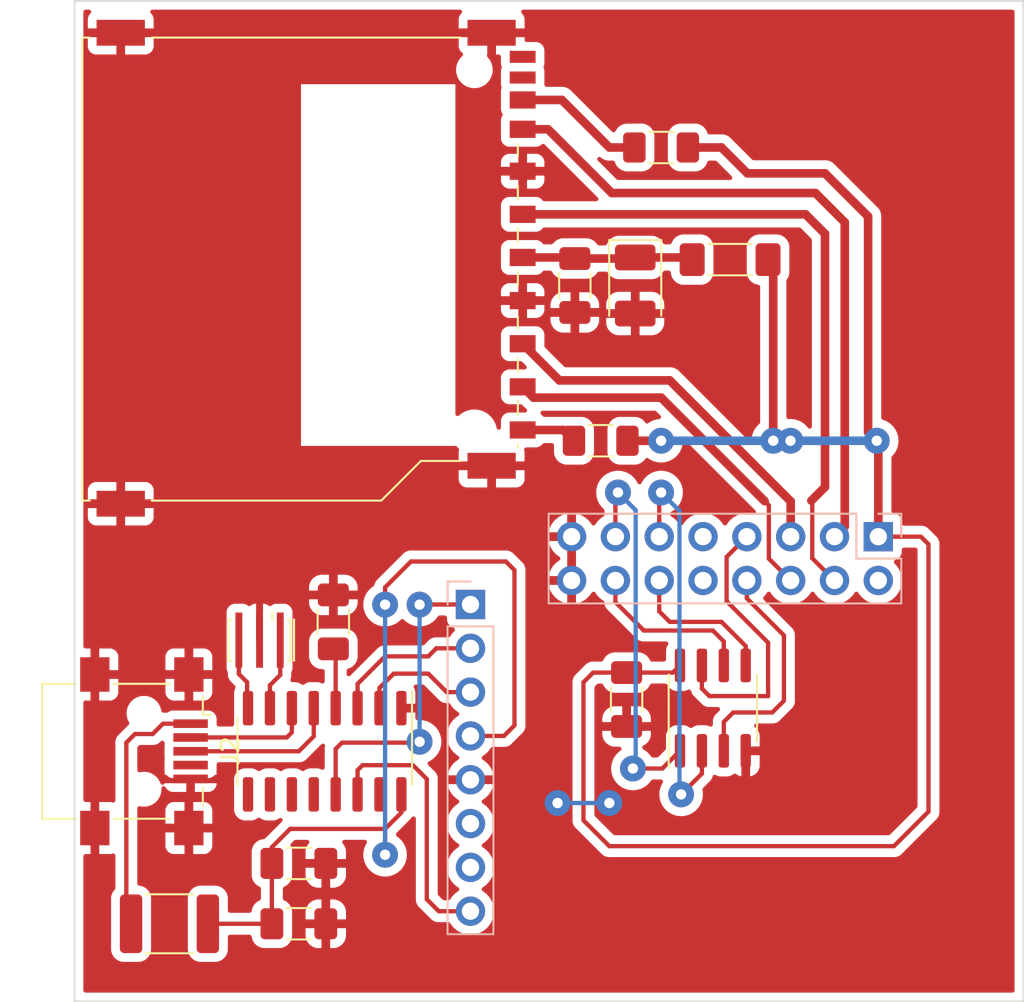
<source format=kicad_pcb>
(kicad_pcb (version 20221018) (generator pcbnew)
  (layers (0 "F.Cu" signal) (31 "B.Cu" signal) (34 "B.Paste" user) (35 "F.Paste" user) (36 "B.SilkS" user "B.Silkscreen") (37 "F.SilkS" user "F.Silkscreen") (38 "B.Mask" user) (39 "F.Mask" user) (44 "Edge.Cuts" user))
  (net 0 "")
  (net 1 "GND")
  (net 2 "/tx")
  (net 3 "/rx")
  (net 4 "/rts")
  (net 5 "/dtr")
  (net 6 "Net-(J1-Pad3)")
  (net 7 "Net-(F1-Pad1)")
  (net 8 "Net-(C3-Pad1)")
  (net 9 "VCC")
  (net 10 "Net-(C5-Pad1)")
  (net 12 "Net-(J1-Pad4)")
  (net 13 "Net-(J1-Pad5)")
  (net 14 "Net-(J1-Pad6)")
  (net 15 "Net-(J1-Pad7)")
  (net 16 "Net-(J1-Pad8)")
  (net 19 "Net-(J1-Pad11)")
  (net 20 "Net-(J1-Pad12)")
  (net 21 "Net-(J1-Pad13)")
  (net 22 "Net-(J1-Pad14)")
  (net 23 "Net-(J2-Pad2)")
  (net 24 "Net-(J2-Pad3)")
  (net 28 "Net-(J3-Pad9)")
  (net 29 "Net-(J3-Pad8)")
  (net 30 "Net-(U2-Pad7)")
  (net 31 "Net-(U2-Pad8)")
  (net 39 "+3V3")
  (footprint "Capacitor_SMD:C_1206_3216Metric_Pad1.33x1.80mm_HandSolder" (layer "F.Cu") (at 117 101 90)
    (fp_text reference "C5" hide)
    (fp_text value "100n" hide)
    (fp_line (start -0.711252 -0.91) (end 0.711252 -0.91) (stroke (width 0.12)) (layer "F.SilkS"))
    (fp_line (start -0.711252 0.91) (end 0.711252 0.91) (stroke (width 0.12)) (layer "F.SilkS"))
    (pad "1" smd roundrect (at -1.5625 0 90) (size 1.325 1.8) (layers "F.Cu" "F.Paste" "F.Mask") (roundrect_rratio 0.1886792453) (net 10 "Net-(C5-Pad1)"))
    (pad "2" smd roundrect (at 1.5625 0 90) (size 1.325 1.8) (layers "F.Cu" "F.Paste" "F.Mask") (roundrect_rratio 0.1886792453) (net 1 "GND"))
  )
  (footprint "Capacitor_Tantalum_SMD:CP_EIA-3528-12_Kemet-T_Pad1.50x2.35mm_HandSolder" (layer "F.Cu") (at 134.5 81.5 -90)
    (fp_text reference "C3" hide)
    (fp_text value "47u" hide)
    (fp_line (start -2.635 -1.51) (end -2.635 1.51) (stroke (width 0.12)) (layer "F.SilkS"))
    (fp_line (start -2.635 1.51) (end 1.75 1.51) (stroke (width 0.12)) (layer "F.SilkS"))
    (fp_line (start 1.75 -1.51) (end -2.635 -1.51) (stroke (width 0.12)) (layer "F.SilkS"))
    (pad "1" smd roundrect (at -1.625 0 270) (size 1.5 2.35) (layers "F.Cu" "F.Paste" "F.Mask") (roundrect_rratio 0.1666673333) (net 8 "Net-(C3-Pad1)"))
    (pad "2" smd roundrect (at 1.625 0 270) (size 1.5 2.35) (layers "F.Cu" "F.Paste" "F.Mask") (roundrect_rratio 0.1666673333) (net 1 "GND"))
  )
  (footprint "Resistor_SMD:R_1206_3216Metric_Pad1.30x1.75mm_HandSolder" (layer "F.Cu") (at 136 73.5 180)
    (fp_text reference "R3" hide)
    (fp_text value "47k" hide)
    (fp_line (start -0.727064 -0.91) (end 0.727064 -0.91) (stroke (width 0.12)) (layer "F.SilkS"))
    (fp_line (start -0.727064 0.91) (end 0.727064 0.91) (stroke (width 0.12)) (layer "F.SilkS"))
    (pad "1" smd roundrect (at -1.55 0 180) (size 1.3 1.75) (layers "F.Cu" "F.Paste" "F.Mask") (roundrect_rratio 0.1923076923) (net 39 "+3V3"))
    (pad "2" smd roundrect (at 1.55 0 180) (size 1.3 1.75) (layers "F.Cu" "F.Paste" "F.Mask") (roundrect_rratio 0.1923076923) (net 29 "Net-(J3-Pad8)"))
  )
  (footprint "Connector_Card:SD_TE_2041021" (layer "F.Cu") (at 116 80.5 -90)
    (fp_text reference "J3" hide)
    (fp_text value "SD_Card" hide)
    (fp_line (start -13.37 -8.375) (end -13.37 9.525) (stroke (width 0.12)) (layer "F.SilkS"))
    (fp_line (start -13.37 13.125) (end -13.37 13.545) (stroke (width 0.12)) (layer "F.SilkS"))
    (fp_line (start -13.37 13.545) (end 13.47 13.545) (stroke (width 0.12)) (layer "F.SilkS"))
    (fp_line (start -7.2 -11.695) (end -6.5 -11.695) (stroke (width 0.12)) (layer "F.SilkS"))
    (fp_line (start -4.8 -11.695) (end -4 -11.695) (stroke (width 0.12)) (layer "F.SilkS"))
    (fp_line (start -2.3 -11.695) (end -1.5 -11.695) (stroke (width 0.12)) (layer "F.SilkS"))
    (fp_line (start 0.2 -11.695) (end 1 -11.695) (stroke (width 0.12)) (layer "F.SilkS"))
    (fp_line (start 2.8 -11.695) (end 3.5 -11.695) (stroke (width 0.12)) (layer "F.SilkS"))
    (fp_line (start 5.2 -11.695) (end 6 -11.695) (stroke (width 0.12)) (layer "F.SilkS"))
    (fp_line (start 7.7 -11.695) (end 8.5 -11.695) (stroke (width 0.12)) (layer "F.SilkS"))
    (fp_line (start 10.2 -11.695) (end 10.4 -11.695) (stroke (width 0.12)) (layer "F.SilkS"))
    (fp_line (start 11.17 -8.375) (end 11.17 -6.075) (stroke (width 0.12)) (layer "F.SilkS"))
    (fp_line (start 11.17 -6.075) (end 13.47 -3.775) (stroke (width 0.12)) (layer "F.SilkS"))
    (fp_line (start 13.47 -3.775) (end 13.47 9.525) (stroke (width 0.12)) (layer "F.SilkS"))
    (fp_line (start 13.47 13.545) (end 13.47 13.125) (stroke (width 0.12)) (layer "F.SilkS"))
    (pad "" np_thru_hole circle (at -11.5 -9.175 270) (size 1.1 1.1) (drill 1.1) (layers "*.Cu" "*.Mask"))
    (pad "" np_thru_hole circle (at 9.5 -9.175 270) (size 1.6 1.6) (drill 1.6) (layers "*.Cu" "*.Mask"))
    (pad "1" smd rect (at 6.875 -11.975 270) (size 1 1.5) (layers "F.Cu" "F.Paste" "F.Mask") (net 14 "Net-(J1-Pad6)"))
    (pad "2" smd rect (at 4.375 -11.975 270) (size 1 1.5) (layers "F.Cu" "F.Paste" "F.Mask") (net 13 "Net-(J1-Pad5)"))
    (pad "3" smd rect (at 1.875 -11.975 270) (size 1 1.5) (layers "F.Cu" "F.Paste" "F.Mask") (net 1 "GND"))
    (pad "4" smd rect (at -0.625 -11.975 270) (size 1 1.5) (layers "F.Cu" "F.Paste" "F.Mask") (net 8 "Net-(C3-Pad1)"))
    (pad "5" smd rect (at -3.125 -11.975 270) (size 1 1.5) (layers "F.Cu" "F.Paste" "F.Mask") (net 12 "Net-(J1-Pad4)"))
    (pad "6" smd rect (at -5.625 -11.975 270) (size 1 1.5) (layers "F.Cu" "F.Paste" "F.Mask") (net 1 "GND"))
    (pad "7" smd rect (at -8.055 -11.975 270) (size 1 1.5) (layers "F.Cu" "F.Paste" "F.Mask") (net 6 "Net-(J1-Pad3)"))
    (pad "8" smd rect (at -9.755 -11.975 270) (size 1 1.5) (layers "F.Cu" "F.Paste" "F.Mask") (net 29 "Net-(J3-Pad8)"))
    (pad "9" smd rect (at 9.375 -11.975 270) (size 1 1.5) (layers "F.Cu" "F.Paste" "F.Mask") (net 28 "Net-(J3-Pad9)"))
    (pad "10" smd rect (at -11.055 -11.975 270) (size 0.7 1.5) (layers "F.Cu" "F.Paste" "F.Mask"))
    (pad "11" smd rect (at -12.255 -11.975 270) (size 0.7 1.5) (layers "F.Cu" "F.Paste" "F.Mask"))
    (pad "12" smd rect (at -13.65 -10.175 270) (size 1.5 2.8) (layers "F.Cu" "F.Paste" "F.Mask") (net 1 "GND"))
    (pad "12" smd rect (at -13.65 11.325 270) (size 1.5 2.8) (layers "F.Cu" "F.Paste" "F.Mask") (net 1 "GND"))
    (pad "12" smd rect (at 11.45 -10.175 270) (size 1.5 2.8) (layers "F.Cu" "F.Paste" "F.Mask") (net 1 "GND"))
    (pad "12" smd rect (at 13.65 11.325 270) (size 1.5 2.8) (layers "F.Cu" "F.Paste" "F.Mask") (net 1 "GND"))
    (zone (net 0) (net_name "") (layer "F.Cu") (connect_pads (clearance 0)) (min_thickness 0.254)
      (keepout (tracks not_allowed) (vias not_allowed) (pads not_allowed) (copperpour not_allowed) (footprints not_allowed))
      (fill (thermal_gap 0.508) (thermal_bridge_width 0.508))
      (polygon (pts (xy 115.125 69.83) (xy 115.125 90.8) (xy 124.075 90.8) (xy 124.075 69.83)))
    )
  )
  (footprint "Capacitor_SMD:C_1206_3216Metric_Pad1.33x1.80mm_HandSolder" (layer "F.Cu") (at 115 115)
    (fp_text reference "C2" hide)
    (fp_text value "10u")
    (fp_line (start -0.711252 -0.91) (end 0.711252 -0.91) (stroke (width 0.12)) (layer "F.SilkS"))
    (fp_line (start -0.711252 0.91) (end 0.711252 0.91) (stroke (width 0.12)) (layer "F.SilkS"))
    (pad "1" smd roundrect (at -1.5625 0) (size 1.325 1.8) (layers "F.Cu" "F.Paste" "F.Mask") (roundrect_rratio 0.1886792453) (net 9 "VCC"))
    (pad "2" smd roundrect (at 1.5625 0) (size 1.325 1.8) (layers "F.Cu" "F.Paste" "F.Mask") (roundrect_rratio 0.1886792453) (net 1 "GND"))
  )
  (footprint "Inductor_SMD:L_1806_4516Metric_Pad1.45x1.90mm_HandSolder" (layer "F.Cu") (at 140 80 180)
    (fp_text reference "L1" hide)
    (fp_text value "L" hide)
    (fp_line (start -1.260242 -0.91) (end 1.260242 -0.91) (stroke (width 0.12)) (layer "F.SilkS"))
    (fp_line (start -1.260242 0.91) (end 1.260242 0.91) (stroke (width 0.12)) (layer "F.SilkS"))
    (pad "1" smd roundrect (at -2.2 0 180) (size 1.45 1.9) (layers "F.Cu" "F.Paste" "F.Mask") (roundrect_rratio 0.1724137931) (net 39 "+3V3"))
    (pad "2" smd roundrect (at 2.2 0 180) (size 1.45 1.9) (layers "F.Cu" "F.Paste" "F.Mask") (roundrect_rratio 0.1724137931) (net 8 "Net-(C3-Pad1)"))
  )
  (footprint "Connector_USB:USB_Mini-B_Lumberg_2486_01_Horizontal" (layer "F.Cu") (at 106.025 108.5 -90)
    (fp_text reference "J2" (at 0 -5 -90) (layer "F.SilkS"))
    (fp_text value "USB_B_Mini")
    (fp_line (start -3.91 1.74) (end -3.91 -1.49) (stroke (width 0.12)) (layer "F.SilkS"))
    (fp_line (start -3.91 5.91) (end -3.91 3.96) (stroke (width 0.12)) (layer "F.SilkS"))
    (fp_line (start -3.19 -3.41) (end -2.11 -3.41) (stroke (width 0.12)) (layer "F.SilkS"))
    (fp_line (start -2.11 -3.41) (end -2.11 -3.84) (stroke (width 0.12)) (layer "F.SilkS"))
    (fp_line (start 2.11 -3.41) (end 3.19 -3.41) (stroke (width 0.12)) (layer "F.SilkS"))
    (fp_line (start 3.91 1.74) (end 3.91 -1.49) (stroke (width 0.12)) (layer "F.SilkS"))
    (fp_line (start 3.91 5.91) (end -3.91 5.91) (stroke (width 0.12)) (layer "F.SilkS"))
    (fp_line (start 3.91 5.91) (end 3.91 3.96) (stroke (width 0.12)) (layer "F.SilkS"))
    (pad "" np_thru_hole circle (at -2.2 0 270) (size 1 1) (drill 1) (layers "*.Cu" "*.Mask"))
    (pad "" np_thru_hole circle (at 2.2 0 270) (size 1 1) (drill 1) (layers "*.Cu" "*.Mask"))
    (pad "1" smd rect (at -1.6 -2.7 270) (size 0.5 2) (layers "F.Cu" "F.Paste" "F.Mask") (net 7 "Net-(F1-Pad1)"))
    (pad "2" smd rect (at -0.8 -2.7 270) (size 0.5 2) (layers "F.Cu" "F.Paste" "F.Mask") (net 23 "Net-(J2-Pad2)"))
    (pad "3" smd rect (at 0 -2.7 270) (size 0.5 2) (layers "F.Cu" "F.Paste" "F.Mask") (net 24 "Net-(J2-Pad3)"))
    (pad "4" smd rect (at 0.8 -2.7 270) (size 0.5 2) (layers "F.Cu" "F.Paste" "F.Mask"))
    (pad "5" smd rect (at 1.6 -2.7 270) (size 0.5 2) (layers "F.Cu" "F.Paste" "F.Mask") (net 1 "GND"))
    (pad "6" smd rect (at -4.45 -2.6 270) (size 2 1.7) (layers "F.Cu" "F.Paste" "F.Mask") (net 1 "GND"))
    (pad "6" smd rect (at -4.45 2.85 270) (size 2 1.7) (layers "F.Cu" "F.Paste" "F.Mask") (net 1 "GND"))
    (pad "6" smd rect (at 4.45 -2.6 270) (size 2 1.7) (layers "F.Cu" "F.Paste" "F.Mask") (net 1 "GND"))
    (pad "6" smd rect (at 4.45 2.85 270) (size 2 1.7) (layers "F.Cu" "F.Paste" "F.Mask") (net 1 "GND"))
  )
  (footprint "Resistor_SMD:R_1206_3216Metric_Pad1.30x1.75mm_HandSolder" (layer "F.Cu") (at 132.5 90.5)
    (fp_text reference "R2" hide)
    (fp_text value "47k" hide)
    (fp_line (start -0.727064 -0.91) (end 0.727064 -0.91) (stroke (width 0.12)) (layer "F.SilkS"))
    (fp_line (start -0.727064 0.91) (end 0.727064 0.91) (stroke (width 0.12)) (layer "F.SilkS"))
    (pad "1" smd roundrect (at -1.55 0) (size 1.3 1.75) (layers "F.Cu" "F.Paste" "F.Mask") (roundrect_rratio 0.1923076923) (net 28 "Net-(J3-Pad9)"))
    (pad "2" smd roundrect (at 1.55 0) (size 1.3 1.75) (layers "F.Cu" "F.Paste" "F.Mask") (roundrect_rratio 0.1923076923) (net 39 "+3V3"))
  )
  (footprint "Capacitor_SMD:C_1206_3216Metric_Pad1.33x1.80mm_HandSolder" (layer "F.Cu") (at 115 118.5)
    (fp_text reference "C1" hide)
    (fp_text value "100n" hide)
    (fp_line (start -0.711252 -0.91) (end 0.711252 -0.91) (stroke (width 0.12)) (layer "F.SilkS"))
    (fp_line (start -0.711252 0.91) (end 0.711252 0.91) (stroke (width 0.12)) (layer "F.SilkS"))
    (pad "1" smd roundrect (at -1.5625 0) (size 1.325 1.8) (layers "F.Cu" "F.Paste" "F.Mask") (roundrect_rratio 0.1886792453) (net 9 "VCC"))
    (pad "2" smd roundrect (at 1.5625 0) (size 1.325 1.8) (layers "F.Cu" "F.Paste" "F.Mask") (roundrect_rratio 0.1886792453) (net 1 "GND"))
  )
  (footprint "Capacitor_SMD:C_1206_3216Metric_Pad1.33x1.80mm_HandSolder" (layer "F.Cu") (at 131 81.5 -90)
    (fp_text reference "C4" hide)
    (fp_text value "100n" hide)
    (fp_line (start -0.711252 -0.91) (end 0.711252 -0.91) (stroke (width 0.12)) (layer "F.SilkS"))
    (fp_line (start -0.711252 0.91) (end 0.711252 0.91) (stroke (width 0.12)) (layer "F.SilkS"))
    (pad "1" smd roundrect (at -1.5625 0 270) (size 1.325 1.8) (layers "F.Cu" "F.Paste" "F.Mask") (roundrect_rratio 0.1886792453) (net 8 "Net-(C3-Pad1)"))
    (pad "2" smd roundrect (at 1.5625 0 270) (size 1.325 1.8) (layers "F.Cu" "F.Paste" "F.Mask") (roundrect_rratio 0.1886792453) (net 1 "GND"))
  )
  (footprint "Package_SO:SOP-16_3.9x9.9mm_P1.27mm" (layer "F.Cu") (at 116.5 108.5 -90)
    (fp_text reference "U2" hide)
    (fp_text value "CH340G" hide)
    (fp_line (start 0 -5.06) (end -3.5 -5.06) (stroke (width 0.12)) (layer "F.SilkS"))
    (fp_line (start 0 -5.06) (end 1.95 -5.06) (stroke (width 0.12)) (layer "F.SilkS"))
    (fp_line (start 0 5.06) (end -1.95 5.06) (stroke (width 0.12)) (layer "F.SilkS"))
    (fp_line (start 0 5.06) (end 1.95 5.06) (stroke (width 0.12)) (layer "F.SilkS"))
    (pad "1" smd roundrect (at -2.5 -4.445 270) (size 2 0.6) (layers "F.Cu" "F.Paste" "F.Mask") (net 1 "GND"))
    (pad "2" smd roundrect (at -2.5 -3.175 270) (size 2 0.6) (layers "F.Cu" "F.Paste" "F.Mask") (net 2 "/tx"))
    (pad "3" smd roundrect (at -2.5 -1.905 270) (size 2 0.6) (layers "F.Cu" "F.Paste" "F.Mask") (net 3 "/rx"))
    (pad "4" smd roundrect (at -2.5 -0.635 270) (size 2 0.6) (layers "F.Cu" "F.Paste" "F.Mask") (net 10 "Net-(C5-Pad1)"))
    (pad "5" smd roundrect (at -2.5 0.635 270) (size 2 0.6) (layers "F.Cu" "F.Paste" "F.Mask") (net 24 "Net-(J2-Pad3)"))
    (pad "6" smd roundrect (at -2.5 1.905 270) (size 2 0.6) (layers "F.Cu" "F.Paste" "F.Mask") (net 23 "Net-(J2-Pad2)"))
    (pad "7" smd roundrect (at -2.5 3.175 270) (size 2 0.6) (layers "F.Cu" "F.Paste" "F.Mask") (net 30 "Net-(U2-Pad7)"))
    (pad "8" smd roundrect (at -2.5 4.445 270) (size 2 0.6) (layers "F.Cu" "F.Paste" "F.Mask") (net 31 "Net-(U2-Pad8)"))
    (pad "9" smd roundrect (at 2.5 4.445 270) (size 2 0.6) (layers "F.Cu" "F.Paste" "F.Mask"))
    (pad "10" smd roundrect (at 2.5 3.175 270) (size 2 0.6) (layers "F.Cu" "F.Paste" "F.Mask"))
    (pad "11" smd roundrect (at 2.5 1.905 270) (size 2 0.6) (layers "F.Cu" "F.Paste" "F.Mask"))
    (pad "12" smd roundrect (at 2.5 0.635 270) (size 2 0.6) (layers "F.Cu" "F.Paste" "F.Mask"))
    (pad "13" smd roundrect (at 2.5 -0.635 270) (size 2 0.6) (layers "F.Cu" "F.Paste" "F.Mask") (net 5 "/dtr"))
    (pad "14" smd roundrect (at 2.5 -1.905 270) (size 2 0.6) (layers "F.Cu" "F.Paste" "F.Mask") (net 4 "/rts"))
    (pad "15" smd roundrect (at 2.5 -3.175 270) (size 2 0.6) (layers "F.Cu" "F.Paste" "F.Mask"))
    (pad "16" smd roundrect (at 2.5 -4.445 270) (size 2 0.6) (layers "F.Cu" "F.Paste" "F.Mask") (net 9 "VCC"))
  )
  (footprint "Capacitor_SMD:C_1206_3216Metric_Pad1.33x1.80mm_HandSolder" (layer "F.Cu") (at 134 105.5 -90)
    (fp_text reference "C6" hide)
    (fp_text value "1u" hide)
    (fp_line (start -0.711252 -0.91) (end 0.711252 -0.91) (stroke (width 0.12)) (layer "F.SilkS"))
    (fp_line (start -0.711252 0.91) (end 0.711252 0.91) (stroke (width 0.12)) (layer "F.SilkS"))
    (pad "1" smd roundrect (at -1.5625 0 270) (size 1.325 1.8) (layers "F.Cu" "F.Paste" "F.Mask") (roundrect_rratio 0.1886792453) (net 39 "+3V3"))
    (pad "2" smd roundrect (at 1.5625 0 270) (size 1.325 1.8) (layers "F.Cu" "F.Paste" "F.Mask") (roundrect_rratio 0.1886792453) (net 1 "GND"))
  )
  (footprint "Package_SO:SOIC-8_3.9x4.9mm_P1.27mm" (layer "F.Cu") (at 139 106 90)
    (fp_text reference "U1" hide)
    (fp_text value "ESP-PSRAM32" hide)
    (fp_line (start 0 -2.56) (end -3.45 -2.56) (stroke (width 0.12)) (layer "F.SilkS"))
    (fp_line (start 0 -2.56) (end 1.95 -2.56) (stroke (width 0.12)) (layer "F.SilkS"))
    (fp_line (start 0 2.56) (end -1.95 2.56) (stroke (width 0.12)) (layer "F.SilkS"))
    (fp_line (start 0 2.56) (end 1.95 2.56) (stroke (width 0.12)) (layer "F.SilkS"))
    (pad "1" smd roundrect (at -2.475 -1.905 90) (size 1.95 0.6) (layers "F.Cu" "F.Paste" "F.Mask") (net 21 "Net-(J1-Pad13)"))
    (pad "2" smd roundrect (at -2.475 -0.635 90) (size 1.95 0.6) (layers "F.Cu" "F.Paste" "F.Mask") (net 19 "Net-(J1-Pad11)"))
    (pad "3" smd roundrect (at -2.475 0.635 90) (size 1.95 0.6) (layers "F.Cu" "F.Paste" "F.Mask") (net 16 "Net-(J1-Pad8)"))
    (pad "4" smd roundrect (at -2.475 1.905 90) (size 1.95 0.6) (layers "F.Cu" "F.Paste" "F.Mask") (net 1 "GND"))
    (pad "5" smd roundrect (at 2.475 1.905 90) (size 1.95 0.6) (layers "F.Cu" "F.Paste" "F.Mask") (net 20 "Net-(J1-Pad12)"))
    (pad "6" smd roundrect (at 2.475 0.635 90) (size 1.95 0.6) (layers "F.Cu" "F.Paste" "F.Mask") (net 22 "Net-(J1-Pad14)"))
    (pad "7" smd roundrect (at 2.475 -0.635 90) (size 1.95 0.6) (layers "F.Cu" "F.Paste" "F.Mask") (net 15 "Net-(J1-Pad7)"))
    (pad "8" smd roundrect (at 2.475 -1.905 90) (size 1.95 0.6) (layers "F.Cu" "F.Paste" "F.Mask") (net 39 "+3V3"))
  )
  (footprint "Crystal:Resonator_SMD_Murata_CSTxExxV-3Pin_3.0x1.1mm_HandSoldering" (layer "F.Cu") (at 112.72238 102.057285 180)
    (fp_text reference "Y1" hide)
    (fp_text value "12MHz")
    (fp_line (start -2 -1.2) (end -2 0.8) (stroke (width 0.12)) (layer "F.SilkS"))
    (fp_line (start -2 0.8) (end -2 1.2) (stroke (width 0.12)) (layer "F.SilkS"))
    (fp_line (start -1.8 -1.2) (end -1.65 -1.2) (stroke (width 0.12)) (layer "F.SilkS"))
    (fp_line (start -1.8 0.8) (end -1.8 -1.2) (stroke (width 0.12)) (layer "F.SilkS"))
    (fp_line (start -1.8 0.8) (end -1.8 1.2) (stroke (width 0.12)) (layer "F.SilkS"))
    (fp_line (start -1.8 1.2) (end -1.65 1.2) (stroke (width 0.12)) (layer "F.SilkS"))
    (fp_line (start -0.75 1.2) (end -0.8 1.2) (stroke (width 0.12)) (layer "F.SilkS"))
    (fp_line (start -0.75 1.2) (end -0.75 1.6) (stroke (width 0.12)) (layer "F.SilkS"))
    (fp_line (start 1.8 -1.2) (end 1.65 -1.2) (stroke (width 0.12)) (layer "F.SilkS"))
    (fp_line (start 1.8 -1.2) (end 1.8 0.8) (stroke (width 0.12)) (layer "F.SilkS"))
    (fp_line (start 1.8 0.8) (end 1.8 1.2) (stroke (width 0.12)) (layer "F.SilkS"))
    (fp_line (start 1.8 1.2) (end 1.65 1.2) (stroke (width 0.12)) (layer "F.SilkS"))
    (pad "1" smd rect (at -1.2 0 180) (size 0.4 3.2) (layers "F.Cu" "F.Paste" "F.Mask") (net 30 "Net-(U2-Pad7)"))
    (pad "2" smd rect (at 0 0 180) (size 0.4 3.2) (layers "F.Cu" "F.Paste" "F.Mask") (net 1 "GND"))
    (pad "3" smd rect (at 1.2 0 180) (size 0.4 3.2) (layers "F.Cu" "F.Paste" "F.Mask") (net 31 "Net-(U2-Pad8)"))
  )
  (footprint "Fuse:Fuse_1812_4532Metric_Pad1.30x3.40mm_HandSolder" (layer "F.Cu") (at 107.5 118.5)
    (fp_text reference "F1" hide)
    (fp_text value "Fuse" hide)
    (fp_line (start -1.386252 -1.71) (end 1.386252 -1.71) (stroke (width 0.12)) (layer "F.SilkS"))
    (fp_line (start -1.386252 1.71) (end 1.386252 1.71) (stroke (width 0.12)) (layer "F.SilkS"))
    (pad "1" smd roundrect (at -2.225 0) (size 1.3 3.4) (layers "F.Cu" "F.Paste" "F.Mask") (roundrect_rratio 0.1923076923) (net 7 "Net-(F1-Pad1)"))
    (pad "2" smd roundrect (at 2.225 0) (size 1.3 3.4) (layers "F.Cu" "F.Paste" "F.Mask") (roundrect_rratio 0.1923076923) (net 9 "VCC"))
  )
  (footprint "Connector_PinSocket_2.54mm:PinSocket_2x08_P2.54mm_Vertical" (layer "B.Cu") (at 148.591408 96.059616 90)
    (fp_text reference "J1" hide)
    (fp_text value "Conn_01x16_Female" hide)
    (fp_line (start -3.87 -19.11) (end 1.33 -19.11) (stroke (width 0.12)) (layer "B.SilkS"))
    (fp_line (start -3.87 1.33) (end -3.87 -19.11) (stroke (width 0.12)) (layer "B.SilkS"))
    (fp_line (start -3.87 1.33) (end -1.27 1.33) (stroke (width 0.12)) (layer "B.SilkS"))
    (fp_line (start -1.27 -1.27) (end 1.33 -1.27) (stroke (width 0.12)) (layer "B.SilkS"))
    (fp_line (start -1.27 1.33) (end -1.27 -1.27) (stroke (width 0.12)) (layer "B.SilkS"))
    (fp_line (start 0 1.33) (end 1.33 1.33) (stroke (width 0.12)) (layer "B.SilkS"))
    (fp_line (start 1.33 -1.27) (end 1.33 -19.11) (stroke (width 0.12)) (layer "B.SilkS"))
    (fp_line (start 1.33 1.33) (end 1.33 0) (stroke (width 0.12)) (layer "B.SilkS"))
    (pad "1" thru_hole rect (at 0 0 90) (size 1.7 1.7) (drill 1) (layers "*.Cu" "*.Mask") (net 39 "+3V3"))
    (pad "2" thru_hole oval (at -2.54 0 90) (size 1.7 1.7) (drill 1) (layers "*.Cu" "*.Mask"))
    (pad "3" thru_hole oval (at 0 -2.54 90) (size 1.7 1.7) (drill 1) (layers "*.Cu" "*.Mask") (net 6 "Net-(J1-Pad3)"))
    (pad "4" thru_hole oval (at -2.54 -2.54 90) (size 1.7 1.7) (drill 1) (layers "*.Cu" "*.Mask") (net 12 "Net-(J1-Pad4)"))
    (pad "5" thru_hole oval (at 0 -5.08 90) (size 1.7 1.7) (drill 1) (layers "*.Cu" "*.Mask") (net 13 "Net-(J1-Pad5)"))
    (pad "6" thru_hole oval (at -2.54 -5.08 90) (size 1.7 1.7) (drill 1) (layers "*.Cu" "*.Mask") (net 14 "Net-(J1-Pad6)"))
    (pad "7" thru_hole oval (at 0 -7.62 90) (size 1.7 1.7) (drill 1) (layers "*.Cu" "*.Mask") (net 15 "Net-(J1-Pad7)"))
    (pad "8" thru_hole oval (at -2.54 -7.62 90) (size 1.7 1.7) (drill 1) (layers "*.Cu" "*.Mask") (net 16 "Net-(J1-Pad8)"))
    (pad "9" thru_hole oval (at 0 -10.16 90) (size 1.7 1.7) (drill 1) (layers "*.Cu" "*.Mask"))
    (pad "10" thru_hole oval (at -2.54 -10.16 90) (size 1.7 1.7) (drill 1) (layers "*.Cu" "*.Mask"))
    (pad "11" thru_hole oval (at 0 -12.7 90) (size 1.7 1.7) (drill 1) (layers "*.Cu" "*.Mask") (net 19 "Net-(J1-Pad11)"))
    (pad "12" thru_hole oval (at -2.54 -12.7 90) (size 1.7 1.7) (drill 1) (layers "*.Cu" "*.Mask") (net 20 "Net-(J1-Pad12)"))
    (pad "13" thru_hole oval (at 0 -15.24 90) (size 1.7 1.7) (drill 1) (layers "*.Cu" "*.Mask") (net 21 "Net-(J1-Pad13)"))
    (pad "14" thru_hole oval (at -2.54 -15.24 90) (size 1.7 1.7) (drill 1) (layers "*.Cu" "*.Mask") (net 22 "Net-(J1-Pad14)"))
    (pad "15" thru_hole oval (at 0 -17.78 90) (size 1.7 1.7) (drill 1) (layers "*.Cu" "*.Mask") (net 1 "GND"))
    (pad "16" thru_hole oval (at -2.54 -17.78 90) (size 1.7 1.7) (drill 1) (layers "*.Cu" "*.Mask") (net 1 "GND"))
  )
  (footprint "Connector_PinSocket_2.54mm:PinSocket_1x08_P2.54mm_Vertical" (layer "B.Cu") (at 124.950157 99.991611 180)
    (fp_text reference "J4" hide)
    (fp_text value "Conn_01x08_Female" hide)
    (fp_line (start -1.33 -19.11) (end 1.33 -19.11) (stroke (width 0.12)) (layer "B.SilkS"))
    (fp_line (start -1.33 -1.27) (end -1.33 -19.11) (stroke (width 0.12)) (layer "B.SilkS"))
    (fp_line (start -1.33 -1.27) (end 1.33 -1.27) (stroke (width 0.12)) (layer "B.SilkS"))
    (fp_line (start 0 1.33) (end 1.33 1.33) (stroke (width 0.12)) (layer "B.SilkS"))
    (fp_line (start 1.33 -1.27) (end 1.33 -19.11) (stroke (width 0.12)) (layer "B.SilkS"))
    (fp_line (start 1.33 1.33) (end 1.33 0) (stroke (width 0.12)) (layer "B.SilkS"))
    (pad "1" thru_hole rect (at 0 0 180) (size 1.7 1.7) (drill 1) (layers "*.Cu" "*.Mask") (net 5 "/dtr"))
    (pad "2" thru_hole oval (at 0 -2.54 180) (size 1.7 1.7) (drill 1) (layers "*.Cu" "*.Mask") (net 3 "/rx"))
    (pad "3" thru_hole oval (at 0 -5.08 180) (size 1.7 1.7) (drill 1) (layers "*.Cu" "*.Mask") (net 2 "/tx"))
    (pad "4" thru_hole oval (at 0 -7.62 180) (size 1.7 1.7) (drill 1) (layers "*.Cu" "*.Mask") (net 9 "VCC"))
    (pad "5" thru_hole oval (at 0 -10.16 180) (size 1.7 1.7) (drill 1) (layers "*.Cu" "*.Mask") (net 1 "GND"))
    (pad "6" thru_hole oval (at 0 -12.7 180) (size 1.7 1.7) (drill 1) (layers "*.Cu" "*.Mask"))
    (pad "7" thru_hole oval (at 0 -15.24 180) (size 1.7 1.7) (drill 1) (layers "*.Cu" "*.Mask"))
    (pad "8" thru_hole oval (at 0 -17.78 180) (size 1.7 1.7) (drill 1) (layers "*.Cu" "*.Mask") (net 4 "/rts"))
  )
  (gr_line (start 157 123) (end 102 123) (stroke (width 0.1)) (layer "Edge.Cuts"))
  (gr_line (start 102 65) (end 157 65) (stroke (width 0.1)) (layer "Edge.Cuts"))
  (gr_line (start 157 65) (end 157 123) (stroke (width 0.1)) (layer "Edge.Cuts"))
  (gr_line (start 102 123) (end 102 65) (stroke (width 0.1)) (layer "Edge.Cuts"))
  (via (at 133 111.5) (size 1.5) (drill 0.6) (layers "F.Cu" "B.Cu") (net 1))
  (via (at 130 111.5) (size 1.5) (drill 0.6) (layers "F.Cu" "B.Cu") (net 1))
  (segment (start 133 111.5) (end 130 111.5) (width 0.25) (layer "B.Cu") (net 1))
  (segment (start 120.5 104) (end 119.675 104.825) (width 0.25) (layer "F.Cu") (net 2))
  (segment (start 122.5 104) (end 120.5 104) (width 0.25) (layer "F.Cu") (net 2))
  (segment (start 124.950157 105.071611) (end 123.571611 105.071611) (width 0.25) (layer "F.Cu") (net 2))
  (segment (start 119.675 104.825) (end 119.675 106) (width 0.25) (layer "F.Cu") (net 2))
  (segment (start 123.571611 105.071611) (end 122.5 104) (width 0.25) (layer "F.Cu") (net 2))
  (segment (start 122.968389 102.531611) (end 122.5 103) (width 0.25) (layer "F.Cu") (net 3))
  (segment (start 118.405 104.595) (end 118.405 106) (width 0.25) (layer "F.Cu") (net 3))
  (segment (start 122.5 103) (end 120 103) (width 0.25) (layer "F.Cu") (net 3))
  (segment (start 120 103) (end 118.405 104.595) (width 0.25) (layer "F.Cu") (net 3))
  (segment (start 124.950157 102.531611) (end 122.968389 102.531611) (width 0.25) (layer "F.Cu") (net 3))
  (segment (start 122.417116 117.080266) (end 123.108461 117.771611) (width 0.25) (layer "F.Cu") (net 4))
  (segment (start 123.108461 117.771611) (end 124.950157 117.771611) (width 0.25) (layer "F.Cu") (net 4))
  (segment (start 122.417116 110.111218) (end 122.417116 117.080266) (width 0.25) (layer "F.Cu") (net 4))
  (segment (start 121.613589 109.307691) (end 122.417116 110.111218) (width 0.25) (layer "F.Cu") (net 4))
  (segment (start 118.405 111) (end 118.405 109.595) (width 0.25) (layer "F.Cu") (net 4))
  (segment (start 118.405 109.595) (end 118.692309 109.307691) (width 0.25) (layer "F.Cu") (net 4))
  (segment (start 118.692309 109.307691) (end 121.613589 109.307691) (width 0.25) (layer "F.Cu") (net 4))
  (segment (start 122 107.95) (end 121.55 107.95) (width 0.25) (layer "F.Cu") (net 5))
  (segment (start 117.135 108.365) (end 117.5 108) (width 0.25) (layer "F.Cu") (net 5))
  (segment (start 117.135 111) (end 117.135 108.365) (width 0.25) (layer "F.Cu") (net 5))
  (segment (start 122.008389 99.991611) (end 124.950157 99.991611) (width 0.25) (layer "F.Cu") (net 5))
  (segment (start 122 100) (end 122.008389 99.991611) (width 0.25) (layer "F.Cu") (net 5))
  (segment (start 117.5 108) (end 121.5 108) (width 0.25) (layer "F.Cu") (net 5))
  (segment (start 121.55 107.95) (end 121.5 108) (width 0.25) (layer "F.Cu") (net 5))
  (via (at 122 107.95) (size 1.5) (drill 0.6) (layers "F.Cu" "B.Cu") (net 5))
  (via (at 122 100) (size 1.5) (drill 0.6) (layers "F.Cu" "B.Cu") (net 5))
  (segment (start 122 100) (end 122 107.95) (width 0.25) (layer "B.Cu") (net 5))
  (segment (start 133.140192 76.140192) (end 144.948842 76.140192) (width 0.5) (layer "F.Cu") (net 6))
  (segment (start 146.646088 77.837438) (end 146.646088 95.464936) (width 0.5) (layer "F.Cu") (net 6))
  (segment (start 127.975 72.445) (end 129.445 72.445) (width 0.5) (layer "F.Cu") (net 6))
  (segment (start 144.948842 76.140192) (end 146.646088 77.837438) (width 0.5) (layer "F.Cu") (net 6))
  (segment (start 146.646088 95.464936) (end 146.051408 96.059616) (width 0.5) (layer "F.Cu") (net 6))
  (segment (start 129.445 72.445) (end 133.140192 76.140192) (width 0.5) (layer "F.Cu") (net 6))
  (segment (start 105 108) (end 105 118.225) (width 0.25) (layer "F.Cu") (net 7))
  (segment (start 105 118.225) (end 105.275 118.5) (width 0.25) (layer "F.Cu") (net 7))
  (segment (start 108.625 106.9) (end 107.125 106.9) (width 0.25) (layer "F.Cu") (net 7))
  (segment (start 105.5 107.5) (end 105 108) (width 0.25) (layer "F.Cu") (net 7))
  (segment (start 107.125 106.9) (end 106.525 107.5) (width 0.25) (layer "F.Cu") (net 7))
  (segment (start 106.525 107.5) (end 105.5 107.5) (width 0.25) (layer "F.Cu") (net 7))
  (segment (start 127.975 79.875) (end 130.9375 79.875) (width 0.5) (layer "F.Cu") (net 8))
  (segment (start 137.675 79.875) (end 137.8 80) (width 0.5) (layer "F.Cu") (net 8))
  (segment (start 134.5 79.875) (end 137.675 79.875) (width 0.5) (layer "F.Cu") (net 8))
  (segment (start 130.9375 79.875) (end 131 79.9375) (width 0.5) (layer "F.Cu") (net 8))
  (segment (start 131 79.9375) (end 134.4375 79.9375) (width 0.5) (layer "F.Cu") (net 8))
  (segment (start 134.4375 79.9375) (end 134.5 79.875) (width 0.5) (layer "F.Cu") (net 8))
  (segment (start 120 113) (end 120.945 112.055) (width 0.25) (layer "F.Cu") (net 9))
  (segment (start 127 97.5) (end 121.5 97.5) (width 0.25) (layer "F.Cu") (net 9))
  (segment (start 121.5 97.5) (end 120 99) (width 0.25) (layer "F.Cu") (net 9))
  (segment (start 113.4375 118.5) (end 113.4375 115) (width 0.25) (layer "F.Cu") (net 9))
  (segment (start 120.945 112.055) (end 120.945 111) (width 0.25) (layer "F.Cu") (net 9))
  (segment (start 109.725 118.5) (end 113.4375 118.5) (width 0.25) (layer "F.Cu") (net 9))
  (segment (start 114.5 113) (end 120 113) (width 0.25) (layer "F.Cu") (net 9))
  (segment (start 113.4375 115) (end 113.4375 114.0625) (width 0.25) (layer "F.Cu") (net 9))
  (segment (start 126.888389 107.611611) (end 127 107.5) (width 0.25) (layer "F.Cu") (net 9))
  (segment (start 127 107.5) (end 127.5 107) (width 0.25) (layer "F.Cu") (net 9))
  (segment (start 113.4375 114.0625) (end 114.5 113) (width 0.25) (layer "F.Cu") (net 9))
  (segment (start 120 99) (end 120 100) (width 0.25) (layer "F.Cu") (net 9))
  (segment (start 120 114.5) (end 120 113) (width 0.25) (layer "F.Cu") (net 9))
  (segment (start 124.950157 107.611611) (end 126.888389 107.611611) (width 0.25) (layer "F.Cu") (net 9))
  (segment (start 127.5 107) (end 127.5 98) (width 0.25) (layer "F.Cu") (net 9))
  (segment (start 127.5 98) (end 127 97.5) (width 0.25) (layer "F.Cu") (net 9))
  (via (at 120 114.5) (size 1.5) (drill 0.6) (layers "F.Cu" "B.Cu") (net 9))
  (via (at 120 100) (size 1.5) (drill 0.6) (layers "F.Cu" "B.Cu") (net 9))
  (segment (start 120 100) (end 120 114.5) (width 0.25) (layer "B.Cu") (net 9))
  (segment (start 117 102.5625) (end 117.135 102.6975) (width 0.25) (layer "F.Cu") (net 10))
  (segment (start 117.135 102.6975) (end 117.135 106) (width 0.25) (layer "F.Cu") (net 10))
  (segment (start 144.763352 97.31156) (end 144.763352 94.025377) (width 0.25) (layer "F.Cu") (net 12))
  (segment (start 127.975 77.375) (end 144.375 77.375) (width 0.5) (layer "F.Cu") (net 12))
  (segment (start 145.5 78.5) (end 145.5 93.182147) (width 0.5) (layer "F.Cu") (net 12))
  (segment (start 144.375 77.375) (end 145.5 78.5) (width 0.5) (layer "F.Cu") (net 12))
  (segment (start 145.5 93.182147) (end 144.710061 93.972086) (width 0.5) (layer "F.Cu") (net 12))
  (segment (start 144.763352 94.025377) (end 144.710061 93.972086) (width 0.25) (layer "F.Cu") (net 12))
  (segment (start 146.051408 98.599616) (end 144.763352 97.31156) (width 0.25) (layer "F.Cu") (net 12))
  (segment (start 136.5 87) (end 143.511408 94.011408) (width 0.5) (layer "F.Cu") (net 13))
  (segment (start 143.511408 94.011408) (end 143.511408 96.059616) (width 0.5) (layer "F.Cu") (net 13))
  (segment (start 130.1 87) (end 136.5 87) (width 0.5) (layer "F.Cu") (net 13))
  (segment (start 127.975 84.875) (end 130.1 87) (width 0.5) (layer "F.Cu") (net 13))
  (segment (start 142.245492 97.3337) (end 143.511408 98.599616) (width 0.25) (layer "F.Cu") (net 14))
  (segment (start 128.6 88) (end 136 88) (width 0.5) (layer "F.Cu") (net 14))
  (segment (start 127.975 87.375) (end 128.6 88) (width 0.5) (layer "F.Cu") (net 14))
  (segment (start 142.245492 94.245492) (end 142.245492 97.3337) (width 0.25) (layer "F.Cu") (net 14))
  (segment (start 136 88) (end 142 94) (width 0.5) (layer "F.Cu") (net 14))
  (segment (start 142 94) (end 142.245492 94.245492) (width 0.25) (layer "F.Cu") (net 14))
  (segment (start 139.796897 97.234127) (end 140.971408 96.059616) (width 0.25) (layer "F.Cu") (net 15))
  (segment (start 139.796897 99.796897) (end 139.796897 97.234127) (width 0.25) (layer "F.Cu") (net 15))
  (segment (start 138.365 104.865) (end 138.800966 105.300966) (width 0.25) (layer "F.Cu") (net 15))
  (segment (start 142.201483 102.201483) (end 139.796897 99.796897) (width 0.25) (layer "F.Cu") (net 15))
  (segment (start 142.201483 105.300966) (end 142.201483 102.201483) (width 0.25) (layer "F.Cu") (net 15))
  (segment (start 138.800966 105.300966) (end 142.201483 105.300966) (width 0.25) (layer "F.Cu") (net 15))
  (segment (start 138.365 103.525) (end 138.365 104.865) (width 0.25) (layer "F.Cu") (net 15))
  (segment (start 140.971408 99.634497) (end 140.971408 98.599616) (width 0.25) (layer "F.Cu") (net 16))
  (segment (start 139.635 108.475) (end 139.635 106.796595) (width 0.25) (layer "F.Cu") (net 16))
  (segment (start 143.119358 105.572929) (end 143.119358 101.782447) (width 0.25) (layer "F.Cu") (net 16))
  (segment (start 143.119358 101.782447) (end 140.971408 99.634497) (width 0.25) (layer "F.Cu") (net 16))
  (segment (start 140.178759 106.252836) (end 142.439451 106.252836) (width 0.25) (layer "F.Cu") (net 16))
  (segment (start 139.635 106.796595) (end 140.178759 106.252836) (width 0.25) (layer "F.Cu") (net 16))
  (segment (start 142.439451 106.252836) (end 143.119358 105.572929) (width 0.25) (layer "F.Cu") (net 16))
  (segment (start 135.891408 93.608592) (end 135.891408 96.059616) (width 0.25) (layer "F.Cu") (net 19))
  (segment (start 136 93.5) (end 135.891408 93.608592) (width 0.25) (layer "F.Cu") (net 19))
  (segment (start 138.365 108.475) (end 138.365 109.795) (width 0.25) (layer "F.Cu") (net 19))
  (segment (start 138.365 109.795) (end 137.16 111) (width 0.25) (layer "F.Cu") (net 19))
  (via (at 136 93.5) (size 1.5) (drill 0.6) (layers "F.Cu" "B.Cu") (net 19))
  (via (at 137.16 111) (size 1.5) (drill 0.6) (layers "F.Cu" "B.Cu") (net 19))
  (segment (start 136 93.5) (end 137.065919 94.565919) (width 0.25) (layer "B.Cu") (net 19))
  (segment (start 137.065919 94.565919) (end 137.065919 110.905919) (width 0.25) (layer "B.Cu") (net 19))
  (segment (start 137.065919 110.905919) (end 137.16 111) (width 0.25) (layer "B.Cu") (net 19))
  (segment (start 140.905 102.405) (end 139.5 101) (width 0.25) (layer "F.Cu") (net 20))
  (segment (start 136.5 101) (end 135.891408 100.391408) (width 0.25) (layer "F.Cu") (net 20))
  (segment (start 140.905 103.525) (end 140.905 102.405) (width 0.25) (layer "F.Cu") (net 20))
  (segment (start 135.891408 100.391408) (end 135.891408 98.599616) (width 0.25) (layer "F.Cu") (net 20))
  (segment (start 139.5 101) (end 136.5 101) (width 0.25) (layer "F.Cu") (net 20))
  (segment (start 133.351408 93.648592) (end 133.351408 96.059616) (width 0.25) (layer "F.Cu") (net 21))
  (segment (start 134.366 109.5) (end 136.07 109.5) (width 0.25) (layer "F.Cu") (net 21))
  (segment (start 133.5 93.5) (end 133.351408 93.648592) (width 0.25) (layer "F.Cu") (net 21))
  (segment (start 137.095 108.475) (end 136.07 109.5) (width 0.25) (layer "F.Cu") (net 21))
  (via (at 133.5 93.5) (size 1.5) (drill 0.6) (layers "F.Cu" "B.Cu") (net 21))
  (via (at 134.366 109.5) (size 1.5) (drill 0.6) (layers "F.Cu" "B.Cu") (net 21))
  (segment (start 134.525919 109.340081) (end 134.366 109.5) (width 0.25) (layer "B.Cu") (net 21))
  (segment (start 133.5 93.5) (end 134.525919 94.525919) (width 0.25) (layer "B.Cu") (net 21))
  (segment (start 134.525919 94.525919) (end 134.525919 109.340081) (width 0.25) (layer "B.Cu") (net 21))
  (segment (start 135 101.5) (end 133.351408 99.851408) (width 0.25) (layer "F.Cu") (net 22))
  (segment (start 133.351408 99.851408) (end 133.351408 98.599616) (width 0.25) (layer "F.Cu") (net 22))
  (segment (start 139 101.5) (end 135 101.5) (width 0.25) (layer "F.Cu") (net 22))
  (segment (start 139.635 103.525) (end 139.635 102.135) (width 0.25) (layer "F.Cu") (net 22))
  (segment (start 139.635 102.135) (end 139 101.5) (width 0.25) (layer "F.Cu") (net 22))
  (segment (start 108.625 107.7) (end 114.3 107.7) (width 0.25) (layer "F.Cu") (net 23))
  (segment (start 114.595 107.405) (end 114.595 106) (width 0.25) (layer "F.Cu") (net 23))
  (segment (start 114.3 107.7) (end 114.595 107.405) (width 0.25) (layer "F.Cu") (net 23))
  (segment (start 115 108.5) (end 115.865 107.635) (width 0.25) (layer "F.Cu") (net 24))
  (segment (start 115.865 107.635) (end 115.865 106) (width 0.25) (layer "F.Cu") (net 24))
  (segment (start 108.625 108.5) (end 115 108.5) (width 0.25) (layer "F.Cu") (net 24))
  (segment (start 130.325 89.875) (end 127.975 89.875) (width 0.5) (layer "F.Cu") (net 28))
  (segment (start 130.95 90.5) (end 130.325 89.875) (width 0.5) (layer "F.Cu") (net 28))
  (segment (start 127.975 70.745) (end 130.245 70.745) (width 0.5) (layer "F.Cu") (net 29))
  (segment (start 130.245 70.745) (end 133 73.5) (width 0.5) (layer "F.Cu") (net 29))
  (segment (start 133 73.5) (end 134.45 73.5) (width 0.5) (layer "F.Cu") (net 29))
  (segment (start 113.325 106) (end 113.325 104.675) (width 0.25) (layer "F.Cu") (net 30))
  (segment (start 113.92238 104.07762) (end 113.92238 102.057285) (width 0.25) (layer "F.Cu") (net 30))
  (segment (start 113.325 104.675) (end 113.92238 104.07762) (width 0.25) (layer "F.Cu") (net 30))
  (segment (start 111.52238 104.02238) (end 111.52238 102.057285) (width 0.25) (layer "F.Cu") (net 31))
  (segment (start 112 105.945) (end 112 104.5) (width 0.25) (layer "F.Cu") (net 31))
  (segment (start 112 104.5) (end 111.52238 104.02238) (width 0.25) (layer "F.Cu") (net 31))
  (segment (start 112.055 106) (end 112 105.945) (width 0.25) (layer "F.Cu") (net 31))
  (segment (start 131.5 112.5) (end 133 114) (width 0.25) (layer "F.Cu") (net 39))
  (segment (start 142.5 90.5) (end 143.5 90.5) (width 0.5) (layer "F.Cu") (net 39))
  (segment (start 141 75) (end 145.5 75) (width 0.5) (layer "F.Cu") (net 39))
  (segment (start 131.5 104.5) (end 131.5 112.5) (width 0.25) (layer "F.Cu") (net 39))
  (segment (start 148.591408 90.591408) (end 148.591408 96.059616) (width 0.5) (layer "F.Cu") (net 39))
  (segment (start 134.05 90.5) (end 136 90.5) (width 0.5) (layer "F.Cu") (net 39))
  (segment (start 148 90) (end 148.5 90.5) (width 0.5) (layer "F.Cu") (net 39))
  (segment (start 142.2 80) (end 142.5 80.3) (width 0.5) (layer "F.Cu") (net 39))
  (segment (start 133 114) (end 149.5 114) (width 0.25) (layer "F.Cu") (net 39))
  (segment (start 134 103.9375) (end 132.0625 103.9375) (width 0.25) (layer "F.Cu") (net 39))
  (segment (start 148.5 90.5) (end 148.591408 90.591408) (width 0.5) (layer "F.Cu") (net 39))
  (segment (start 137.55 73.5) (end 139.5 73.5) (width 0.5) (layer "F.Cu") (net 39))
  (segment (start 151.059616 96.059616) (end 148.591408 96.059616) (width 0.25) (layer "F.Cu") (net 39))
  (segment (start 139.5 73.5) (end 141 75) (width 0.5) (layer "F.Cu") (net 39))
  (segment (start 151.5 112) (end 151.5 96.5) (width 0.25) (layer "F.Cu") (net 39))
  (segment (start 132.0625 103.9375) (end 131.5 104.5) (width 0.25) (layer "F.Cu") (net 39))
  (segment (start 145.5 75) (end 148 77.5) (width 0.5) (layer "F.Cu") (net 39))
  (segment (start 149.5 114) (end 151.5 112) (width 0.25) (layer "F.Cu") (net 39))
  (segment (start 151.5 96.5) (end 151.059616 96.059616) (width 0.25) (layer "F.Cu") (net 39))
  (segment (start 134 103.9375) (end 136.6825 103.9375) (width 0.25) (layer "F.Cu") (net 39))
  (segment (start 148 77.5) (end 148 90) (width 0.5) (layer "F.Cu") (net 39))
  (segment (start 142.5 80.3) (end 142.5 90.5) (width 0.5) (layer "F.Cu") (net 39))
  (segment (start 136.6825 103.9375) (end 137.095 103.525) (width 0.25) (layer "F.Cu") (net 39))
  (via (at 142.5 90.5) (size 1.5) (drill 0.6) (layers "F.Cu" "B.Cu") (net 39))
  (via (at 148.5 90.5) (size 1.5) (drill 0.6) (layers "F.Cu" "B.Cu") (net 39))
  (via (at 136 90.5) (size 1.5) (drill 0.6) (layers "F.Cu" "B.Cu") (net 39))
  (via (at 143.5 90.5) (size 1.5) (drill 0.6) (layers "F.Cu" "B.Cu") (net 39))
  (segment (start 136 90.5) (end 142.5 90.5) (width 0.5) (layer "B.Cu") (net 39))
  (segment (start 143.5 90.5) (end 148.5 90.5) (width 0.5) (layer "B.Cu") (net 39))
  (zone (net 1) (net_name "GND") (layer "F.Cu") (connect_pads (clearance 0.508)) (min_thickness 0.254) (fill yes (thermal_gap 0.508) (thermal_bridge_width 0.508))
    (polygon (pts (xy 157 123) (xy 102 123) (xy 102 65) (xy 157 65)))
  )
)
</source>
